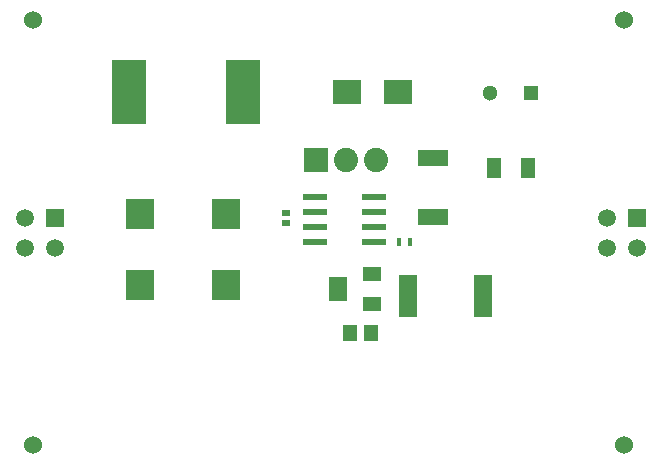
<source format=gbr>
%TF.GenerationSoftware,Altium Limited,Altium Designer,22.11.1 (43)*%
G04 Layer_Color=255*
%FSLAX45Y45*%
%MOMM*%
%TF.SameCoordinates,43E0CF4A-0526-4127-82AF-783748DA5692*%
%TF.FilePolarity,Positive*%
%TF.FileFunction,Pads,Top*%
%TF.Part,Single*%
G01*
G75*
%TA.AperFunction,SMDPad,CuDef*%
%ADD12R,1.60000X3.65000*%
%ADD13R,0.64000X0.50800*%
%ADD14R,1.15000X1.35000*%
%ADD15R,0.38100X0.64000*%
%ADD16R,0.38100X0.63500*%
%ADD17R,1.30000X1.80000*%
G04:AMPARAMS|DCode=18|XSize=1.97mm|YSize=0.59mm|CornerRadius=0.07375mm|HoleSize=0mm|Usage=FLASHONLY|Rotation=0.000|XOffset=0mm|YOffset=0mm|HoleType=Round|Shape=RoundedRectangle|*
%AMROUNDEDRECTD18*
21,1,1.97000,0.44250,0,0,0.0*
21,1,1.82250,0.59000,0,0,0.0*
1,1,0.14750,0.91125,-0.22125*
1,1,0.14750,-0.91125,-0.22125*
1,1,0.14750,-0.91125,0.22125*
1,1,0.14750,0.91125,0.22125*
%
%ADD18ROUNDEDRECTD18*%
%ADD19R,2.50000X1.40000*%
%ADD20R,1.60000X2.00000*%
%ADD21R,1.60000X1.30000*%
%ADD22R,2.45000X2.55000*%
%ADD23R,2.90000X5.40000*%
%ADD24R,2.45000X2.15000*%
%TA.AperFunction,ComponentPad*%
%ADD26C,1.52000*%
%ADD27R,1.52000X1.52000*%
%ADD28R,1.30000X1.30000*%
%ADD29C,1.30000*%
%TA.AperFunction,WasherPad*%
%ADD30C,1.52400*%
%TA.AperFunction,ComponentPad*%
%ADD31C,2.05000*%
%ADD32R,2.05000X2.05000*%
D12*
X9673125Y8763000D02*
D03*
X10308125D02*
D03*
D13*
X8636000Y9379400D02*
D03*
Y9467400D02*
D03*
D14*
X9358500Y8445500D02*
D03*
X9183500D02*
D03*
D15*
X9685525Y9220200D02*
D03*
D16*
X9597525D02*
D03*
D17*
X10686000Y9842500D02*
D03*
X10396000D02*
D03*
D18*
X8887600Y9601200D02*
D03*
Y9474200D02*
D03*
Y9347200D02*
D03*
Y9220200D02*
D03*
X9382600D02*
D03*
Y9347200D02*
D03*
Y9474200D02*
D03*
Y9601200D02*
D03*
D19*
X9880600Y9927400D02*
D03*
Y9427400D02*
D03*
D20*
X9075200Y8820926D02*
D03*
D21*
X9365200Y8945926D02*
D03*
Y8695926D02*
D03*
D22*
X8128000Y8854200D02*
D03*
Y9459200D02*
D03*
X7401700Y8854200D02*
D03*
Y9459200D02*
D03*
D23*
X7307574Y10490200D02*
D03*
X8277574D02*
D03*
D24*
X9157600D02*
D03*
X9587600D02*
D03*
D26*
X11353800Y9423400D02*
D03*
Y9169400D02*
D03*
X11607800D02*
D03*
X6680200D02*
D03*
X6426200D02*
D03*
Y9423400D02*
D03*
D27*
X11607800D02*
D03*
X6680200D02*
D03*
D28*
X10716000Y10477500D02*
D03*
D29*
X10366000D02*
D03*
D30*
X6500000Y11100000D02*
D03*
Y7500000D02*
D03*
X11500000Y11100000D02*
D03*
Y7500000D02*
D03*
D31*
X9398000Y9913700D02*
D03*
X9144000D02*
D03*
D32*
X8890000D02*
D03*
%TF.MD5,897b48694e1875a6a7d1c07ae8819fba*%
M02*

</source>
